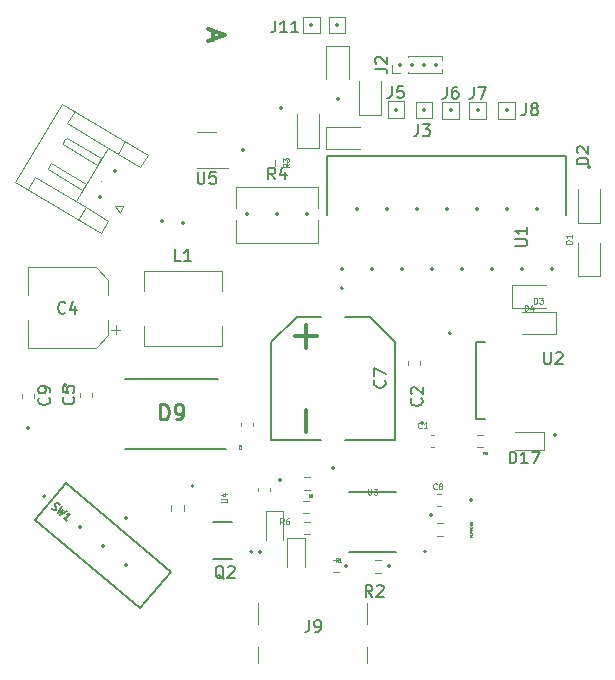
<source format=gto>
%TF.GenerationSoftware,KiCad,Pcbnew,7.0.5-0*%
%TF.CreationDate,2024-11-24T15:49:57-05:00*%
%TF.ProjectId,PCB-diffDC,5043422d-6469-4666-9644-432e6b696361,rev?*%
%TF.SameCoordinates,Original*%
%TF.FileFunction,Legend,Top*%
%TF.FilePolarity,Positive*%
%FSLAX46Y46*%
G04 Gerber Fmt 4.6, Leading zero omitted, Abs format (unit mm)*
G04 Created by KiCad (PCBNEW 7.0.5-0) date 2024-11-24 15:49:57*
%MOMM*%
%LPD*%
G01*
G04 APERTURE LIST*
%ADD10C,0.300000*%
%ADD11C,0.150000*%
%ADD12C,0.050000*%
%ADD13C,0.040000*%
%ADD14C,0.254000*%
%ADD15C,0.020000*%
%ADD16C,0.100000*%
%ADD17C,0.120000*%
%ADD18C,0.127000*%
%ADD19C,0.200000*%
%ADD20C,0.350000*%
G04 APERTURE END LIST*
D10*
X105487742Y-37593082D02*
X105487742Y-38307368D01*
X105059171Y-37450225D02*
X106559171Y-37950225D01*
X106559171Y-37950225D02*
X105059171Y-38450225D01*
D11*
%TO.C,R4*%
X110773333Y-50144819D02*
X110440000Y-49668628D01*
X110201905Y-50144819D02*
X110201905Y-49144819D01*
X110201905Y-49144819D02*
X110582857Y-49144819D01*
X110582857Y-49144819D02*
X110678095Y-49192438D01*
X110678095Y-49192438D02*
X110725714Y-49240057D01*
X110725714Y-49240057D02*
X110773333Y-49335295D01*
X110773333Y-49335295D02*
X110773333Y-49478152D01*
X110773333Y-49478152D02*
X110725714Y-49573390D01*
X110725714Y-49573390D02*
X110678095Y-49621009D01*
X110678095Y-49621009D02*
X110582857Y-49668628D01*
X110582857Y-49668628D02*
X110201905Y-49668628D01*
X111630476Y-49478152D02*
X111630476Y-50144819D01*
X111392381Y-49097200D02*
X111154286Y-49811485D01*
X111154286Y-49811485D02*
X111773333Y-49811485D01*
%TO.C,C4*%
X93013333Y-61419580D02*
X92965714Y-61467200D01*
X92965714Y-61467200D02*
X92822857Y-61514819D01*
X92822857Y-61514819D02*
X92727619Y-61514819D01*
X92727619Y-61514819D02*
X92584762Y-61467200D01*
X92584762Y-61467200D02*
X92489524Y-61371961D01*
X92489524Y-61371961D02*
X92441905Y-61276723D01*
X92441905Y-61276723D02*
X92394286Y-61086247D01*
X92394286Y-61086247D02*
X92394286Y-60943390D01*
X92394286Y-60943390D02*
X92441905Y-60752914D01*
X92441905Y-60752914D02*
X92489524Y-60657676D01*
X92489524Y-60657676D02*
X92584762Y-60562438D01*
X92584762Y-60562438D02*
X92727619Y-60514819D01*
X92727619Y-60514819D02*
X92822857Y-60514819D01*
X92822857Y-60514819D02*
X92965714Y-60562438D01*
X92965714Y-60562438D02*
X93013333Y-60610057D01*
X93870476Y-60848152D02*
X93870476Y-61514819D01*
X93632381Y-60467200D02*
X93394286Y-61181485D01*
X93394286Y-61181485D02*
X94013333Y-61181485D01*
%TO.C,L1*%
X102795583Y-57073319D02*
X102319393Y-57073319D01*
X102319393Y-57073319D02*
X102319393Y-56073319D01*
X103652726Y-57073319D02*
X103081298Y-57073319D01*
X103367012Y-57073319D02*
X103367012Y-56073319D01*
X103367012Y-56073319D02*
X103271774Y-56216176D01*
X103271774Y-56216176D02*
X103176536Y-56311414D01*
X103176536Y-56311414D02*
X103081298Y-56359033D01*
%TO.C,D17*%
X130635714Y-74194819D02*
X130635714Y-73194819D01*
X130635714Y-73194819D02*
X130873809Y-73194819D01*
X130873809Y-73194819D02*
X131016666Y-73242438D01*
X131016666Y-73242438D02*
X131111904Y-73337676D01*
X131111904Y-73337676D02*
X131159523Y-73432914D01*
X131159523Y-73432914D02*
X131207142Y-73623390D01*
X131207142Y-73623390D02*
X131207142Y-73766247D01*
X131207142Y-73766247D02*
X131159523Y-73956723D01*
X131159523Y-73956723D02*
X131111904Y-74051961D01*
X131111904Y-74051961D02*
X131016666Y-74147200D01*
X131016666Y-74147200D02*
X130873809Y-74194819D01*
X130873809Y-74194819D02*
X130635714Y-74194819D01*
X132159523Y-74194819D02*
X131588095Y-74194819D01*
X131873809Y-74194819D02*
X131873809Y-73194819D01*
X131873809Y-73194819D02*
X131778571Y-73337676D01*
X131778571Y-73337676D02*
X131683333Y-73432914D01*
X131683333Y-73432914D02*
X131588095Y-73480533D01*
X132492857Y-73194819D02*
X133159523Y-73194819D01*
X133159523Y-73194819D02*
X132730952Y-74194819D01*
%TO.C,U5*%
X104218095Y-49514819D02*
X104218095Y-50324342D01*
X104218095Y-50324342D02*
X104265714Y-50419580D01*
X104265714Y-50419580D02*
X104313333Y-50467200D01*
X104313333Y-50467200D02*
X104408571Y-50514819D01*
X104408571Y-50514819D02*
X104599047Y-50514819D01*
X104599047Y-50514819D02*
X104694285Y-50467200D01*
X104694285Y-50467200D02*
X104741904Y-50419580D01*
X104741904Y-50419580D02*
X104789523Y-50324342D01*
X104789523Y-50324342D02*
X104789523Y-49514819D01*
X105741904Y-49514819D02*
X105265714Y-49514819D01*
X105265714Y-49514819D02*
X105218095Y-49991009D01*
X105218095Y-49991009D02*
X105265714Y-49943390D01*
X105265714Y-49943390D02*
X105360952Y-49895771D01*
X105360952Y-49895771D02*
X105599047Y-49895771D01*
X105599047Y-49895771D02*
X105694285Y-49943390D01*
X105694285Y-49943390D02*
X105741904Y-49991009D01*
X105741904Y-49991009D02*
X105789523Y-50086247D01*
X105789523Y-50086247D02*
X105789523Y-50324342D01*
X105789523Y-50324342D02*
X105741904Y-50419580D01*
X105741904Y-50419580D02*
X105694285Y-50467200D01*
X105694285Y-50467200D02*
X105599047Y-50514819D01*
X105599047Y-50514819D02*
X105360952Y-50514819D01*
X105360952Y-50514819D02*
X105265714Y-50467200D01*
X105265714Y-50467200D02*
X105218095Y-50419580D01*
D12*
%TO.C,R9*%
X128529916Y-73403423D02*
X128463250Y-73308185D01*
X128415631Y-73403423D02*
X128415631Y-73203423D01*
X128415631Y-73203423D02*
X128491821Y-73203423D01*
X128491821Y-73203423D02*
X128510869Y-73212947D01*
X128510869Y-73212947D02*
X128520392Y-73222471D01*
X128520392Y-73222471D02*
X128529916Y-73241519D01*
X128529916Y-73241519D02*
X128529916Y-73270090D01*
X128529916Y-73270090D02*
X128520392Y-73289138D01*
X128520392Y-73289138D02*
X128510869Y-73298661D01*
X128510869Y-73298661D02*
X128491821Y-73308185D01*
X128491821Y-73308185D02*
X128415631Y-73308185D01*
X128625154Y-73403423D02*
X128663250Y-73403423D01*
X128663250Y-73403423D02*
X128682297Y-73393900D01*
X128682297Y-73393900D02*
X128691821Y-73384376D01*
X128691821Y-73384376D02*
X128710869Y-73355804D01*
X128710869Y-73355804D02*
X128720392Y-73317709D01*
X128720392Y-73317709D02*
X128720392Y-73241519D01*
X128720392Y-73241519D02*
X128710869Y-73222471D01*
X128710869Y-73222471D02*
X128701345Y-73212947D01*
X128701345Y-73212947D02*
X128682297Y-73203423D01*
X128682297Y-73203423D02*
X128644202Y-73203423D01*
X128644202Y-73203423D02*
X128625154Y-73212947D01*
X128625154Y-73212947D02*
X128615631Y-73222471D01*
X128615631Y-73222471D02*
X128606107Y-73241519D01*
X128606107Y-73241519D02*
X128606107Y-73289138D01*
X128606107Y-73289138D02*
X128615631Y-73308185D01*
X128615631Y-73308185D02*
X128625154Y-73317709D01*
X128625154Y-73317709D02*
X128644202Y-73327233D01*
X128644202Y-73327233D02*
X128682297Y-73327233D01*
X128682297Y-73327233D02*
X128701345Y-73317709D01*
X128701345Y-73317709D02*
X128710869Y-73308185D01*
X128710869Y-73308185D02*
X128720392Y-73289138D01*
D11*
%TO.C,C7*%
X120038330Y-67156666D02*
X120085950Y-67204285D01*
X120085950Y-67204285D02*
X120133569Y-67347142D01*
X120133569Y-67347142D02*
X120133569Y-67442380D01*
X120133569Y-67442380D02*
X120085950Y-67585237D01*
X120085950Y-67585237D02*
X119990711Y-67680475D01*
X119990711Y-67680475D02*
X119895473Y-67728094D01*
X119895473Y-67728094D02*
X119704997Y-67775713D01*
X119704997Y-67775713D02*
X119562140Y-67775713D01*
X119562140Y-67775713D02*
X119371664Y-67728094D01*
X119371664Y-67728094D02*
X119276426Y-67680475D01*
X119276426Y-67680475D02*
X119181188Y-67585237D01*
X119181188Y-67585237D02*
X119133569Y-67442380D01*
X119133569Y-67442380D02*
X119133569Y-67347142D01*
X119133569Y-67347142D02*
X119181188Y-67204285D01*
X119181188Y-67204285D02*
X119228807Y-67156666D01*
X119133569Y-66823332D02*
X119133569Y-66156666D01*
X119133569Y-66156666D02*
X120133569Y-66585237D01*
%TO.C,D2*%
X137294819Y-48868094D02*
X136294819Y-48868094D01*
X136294819Y-48868094D02*
X136294819Y-48629999D01*
X136294819Y-48629999D02*
X136342438Y-48487142D01*
X136342438Y-48487142D02*
X136437676Y-48391904D01*
X136437676Y-48391904D02*
X136532914Y-48344285D01*
X136532914Y-48344285D02*
X136723390Y-48296666D01*
X136723390Y-48296666D02*
X136866247Y-48296666D01*
X136866247Y-48296666D02*
X137056723Y-48344285D01*
X137056723Y-48344285D02*
X137151961Y-48391904D01*
X137151961Y-48391904D02*
X137247200Y-48487142D01*
X137247200Y-48487142D02*
X137294819Y-48629999D01*
X137294819Y-48629999D02*
X137294819Y-48868094D01*
X136390057Y-47915713D02*
X136342438Y-47868094D01*
X136342438Y-47868094D02*
X136294819Y-47772856D01*
X136294819Y-47772856D02*
X136294819Y-47534761D01*
X136294819Y-47534761D02*
X136342438Y-47439523D01*
X136342438Y-47439523D02*
X136390057Y-47391904D01*
X136390057Y-47391904D02*
X136485295Y-47344285D01*
X136485295Y-47344285D02*
X136580533Y-47344285D01*
X136580533Y-47344285D02*
X136723390Y-47391904D01*
X136723390Y-47391904D02*
X137294819Y-47963332D01*
X137294819Y-47963332D02*
X137294819Y-47344285D01*
%TO.C,R2*%
X119002083Y-85484819D02*
X118668750Y-85008628D01*
X118430655Y-85484819D02*
X118430655Y-84484819D01*
X118430655Y-84484819D02*
X118811607Y-84484819D01*
X118811607Y-84484819D02*
X118906845Y-84532438D01*
X118906845Y-84532438D02*
X118954464Y-84580057D01*
X118954464Y-84580057D02*
X119002083Y-84675295D01*
X119002083Y-84675295D02*
X119002083Y-84818152D01*
X119002083Y-84818152D02*
X118954464Y-84913390D01*
X118954464Y-84913390D02*
X118906845Y-84961009D01*
X118906845Y-84961009D02*
X118811607Y-85008628D01*
X118811607Y-85008628D02*
X118430655Y-85008628D01*
X119383036Y-84580057D02*
X119430655Y-84532438D01*
X119430655Y-84532438D02*
X119525893Y-84484819D01*
X119525893Y-84484819D02*
X119763988Y-84484819D01*
X119763988Y-84484819D02*
X119859226Y-84532438D01*
X119859226Y-84532438D02*
X119906845Y-84580057D01*
X119906845Y-84580057D02*
X119954464Y-84675295D01*
X119954464Y-84675295D02*
X119954464Y-84770533D01*
X119954464Y-84770533D02*
X119906845Y-84913390D01*
X119906845Y-84913390D02*
X119335417Y-85484819D01*
X119335417Y-85484819D02*
X119954464Y-85484819D01*
%TO.C,C9*%
X91631830Y-68632666D02*
X91679450Y-68680285D01*
X91679450Y-68680285D02*
X91727069Y-68823142D01*
X91727069Y-68823142D02*
X91727069Y-68918380D01*
X91727069Y-68918380D02*
X91679450Y-69061237D01*
X91679450Y-69061237D02*
X91584211Y-69156475D01*
X91584211Y-69156475D02*
X91488973Y-69204094D01*
X91488973Y-69204094D02*
X91298497Y-69251713D01*
X91298497Y-69251713D02*
X91155640Y-69251713D01*
X91155640Y-69251713D02*
X90965164Y-69204094D01*
X90965164Y-69204094D02*
X90869926Y-69156475D01*
X90869926Y-69156475D02*
X90774688Y-69061237D01*
X90774688Y-69061237D02*
X90727069Y-68918380D01*
X90727069Y-68918380D02*
X90727069Y-68823142D01*
X90727069Y-68823142D02*
X90774688Y-68680285D01*
X90774688Y-68680285D02*
X90822307Y-68632666D01*
X91727069Y-68156475D02*
X91727069Y-67965999D01*
X91727069Y-67965999D02*
X91679450Y-67870761D01*
X91679450Y-67870761D02*
X91631830Y-67823142D01*
X91631830Y-67823142D02*
X91488973Y-67727904D01*
X91488973Y-67727904D02*
X91298497Y-67680285D01*
X91298497Y-67680285D02*
X90917545Y-67680285D01*
X90917545Y-67680285D02*
X90822307Y-67727904D01*
X90822307Y-67727904D02*
X90774688Y-67775523D01*
X90774688Y-67775523D02*
X90727069Y-67870761D01*
X90727069Y-67870761D02*
X90727069Y-68061237D01*
X90727069Y-68061237D02*
X90774688Y-68156475D01*
X90774688Y-68156475D02*
X90822307Y-68204094D01*
X90822307Y-68204094D02*
X90917545Y-68251713D01*
X90917545Y-68251713D02*
X91155640Y-68251713D01*
X91155640Y-68251713D02*
X91250878Y-68204094D01*
X91250878Y-68204094D02*
X91298497Y-68156475D01*
X91298497Y-68156475D02*
X91346116Y-68061237D01*
X91346116Y-68061237D02*
X91346116Y-67870761D01*
X91346116Y-67870761D02*
X91298497Y-67775523D01*
X91298497Y-67775523D02*
X91250878Y-67727904D01*
X91250878Y-67727904D02*
X91155640Y-67680285D01*
%TO.C,J6*%
X125305416Y-42306819D02*
X125305416Y-43021104D01*
X125305416Y-43021104D02*
X125257797Y-43163961D01*
X125257797Y-43163961D02*
X125162559Y-43259200D01*
X125162559Y-43259200D02*
X125019702Y-43306819D01*
X125019702Y-43306819D02*
X124924464Y-43306819D01*
X126210178Y-42306819D02*
X126019702Y-42306819D01*
X126019702Y-42306819D02*
X125924464Y-42354438D01*
X125924464Y-42354438D02*
X125876845Y-42402057D01*
X125876845Y-42402057D02*
X125781607Y-42544914D01*
X125781607Y-42544914D02*
X125733988Y-42735390D01*
X125733988Y-42735390D02*
X125733988Y-43116342D01*
X125733988Y-43116342D02*
X125781607Y-43211580D01*
X125781607Y-43211580D02*
X125829226Y-43259200D01*
X125829226Y-43259200D02*
X125924464Y-43306819D01*
X125924464Y-43306819D02*
X126114940Y-43306819D01*
X126114940Y-43306819D02*
X126210178Y-43259200D01*
X126210178Y-43259200D02*
X126257797Y-43211580D01*
X126257797Y-43211580D02*
X126305416Y-43116342D01*
X126305416Y-43116342D02*
X126305416Y-42878247D01*
X126305416Y-42878247D02*
X126257797Y-42783009D01*
X126257797Y-42783009D02*
X126210178Y-42735390D01*
X126210178Y-42735390D02*
X126114940Y-42687771D01*
X126114940Y-42687771D02*
X125924464Y-42687771D01*
X125924464Y-42687771D02*
X125829226Y-42735390D01*
X125829226Y-42735390D02*
X125781607Y-42783009D01*
X125781607Y-42783009D02*
X125733988Y-42878247D01*
D13*
%TO.C,R1*%
X116103474Y-82504205D02*
X116003474Y-82361348D01*
X115932045Y-82504205D02*
X115932045Y-82204205D01*
X115932045Y-82204205D02*
X116046331Y-82204205D01*
X116046331Y-82204205D02*
X116074902Y-82218491D01*
X116074902Y-82218491D02*
X116089188Y-82232777D01*
X116089188Y-82232777D02*
X116103474Y-82261348D01*
X116103474Y-82261348D02*
X116103474Y-82304205D01*
X116103474Y-82304205D02*
X116089188Y-82332777D01*
X116089188Y-82332777D02*
X116074902Y-82347062D01*
X116074902Y-82347062D02*
X116046331Y-82361348D01*
X116046331Y-82361348D02*
X115932045Y-82361348D01*
X116389188Y-82504205D02*
X116217759Y-82504205D01*
X116303474Y-82504205D02*
X116303474Y-82204205D01*
X116303474Y-82204205D02*
X116274902Y-82247062D01*
X116274902Y-82247062D02*
X116246331Y-82275634D01*
X116246331Y-82275634D02*
X116217759Y-82289920D01*
D11*
%TO.C,U2*%
X133546845Y-64782319D02*
X133546845Y-65591842D01*
X133546845Y-65591842D02*
X133594464Y-65687080D01*
X133594464Y-65687080D02*
X133642083Y-65734700D01*
X133642083Y-65734700D02*
X133737321Y-65782319D01*
X133737321Y-65782319D02*
X133927797Y-65782319D01*
X133927797Y-65782319D02*
X134023035Y-65734700D01*
X134023035Y-65734700D02*
X134070654Y-65687080D01*
X134070654Y-65687080D02*
X134118273Y-65591842D01*
X134118273Y-65591842D02*
X134118273Y-64782319D01*
X134546845Y-64877557D02*
X134594464Y-64829938D01*
X134594464Y-64829938D02*
X134689702Y-64782319D01*
X134689702Y-64782319D02*
X134927797Y-64782319D01*
X134927797Y-64782319D02*
X135023035Y-64829938D01*
X135023035Y-64829938D02*
X135070654Y-64877557D01*
X135070654Y-64877557D02*
X135118273Y-64972795D01*
X135118273Y-64972795D02*
X135118273Y-65068033D01*
X135118273Y-65068033D02*
X135070654Y-65210890D01*
X135070654Y-65210890D02*
X134499226Y-65782319D01*
X134499226Y-65782319D02*
X135118273Y-65782319D01*
D12*
%TO.C,C8*%
X124455416Y-76331090D02*
X124431607Y-76354900D01*
X124431607Y-76354900D02*
X124360178Y-76378709D01*
X124360178Y-76378709D02*
X124312559Y-76378709D01*
X124312559Y-76378709D02*
X124241131Y-76354900D01*
X124241131Y-76354900D02*
X124193512Y-76307280D01*
X124193512Y-76307280D02*
X124169702Y-76259661D01*
X124169702Y-76259661D02*
X124145893Y-76164423D01*
X124145893Y-76164423D02*
X124145893Y-76092995D01*
X124145893Y-76092995D02*
X124169702Y-75997757D01*
X124169702Y-75997757D02*
X124193512Y-75950138D01*
X124193512Y-75950138D02*
X124241131Y-75902519D01*
X124241131Y-75902519D02*
X124312559Y-75878709D01*
X124312559Y-75878709D02*
X124360178Y-75878709D01*
X124360178Y-75878709D02*
X124431607Y-75902519D01*
X124431607Y-75902519D02*
X124455416Y-75926328D01*
X124741131Y-76092995D02*
X124693512Y-76069185D01*
X124693512Y-76069185D02*
X124669702Y-76045376D01*
X124669702Y-76045376D02*
X124645893Y-75997757D01*
X124645893Y-75997757D02*
X124645893Y-75973947D01*
X124645893Y-75973947D02*
X124669702Y-75926328D01*
X124669702Y-75926328D02*
X124693512Y-75902519D01*
X124693512Y-75902519D02*
X124741131Y-75878709D01*
X124741131Y-75878709D02*
X124836369Y-75878709D01*
X124836369Y-75878709D02*
X124883988Y-75902519D01*
X124883988Y-75902519D02*
X124907797Y-75926328D01*
X124907797Y-75926328D02*
X124931607Y-75973947D01*
X124931607Y-75973947D02*
X124931607Y-75997757D01*
X124931607Y-75997757D02*
X124907797Y-76045376D01*
X124907797Y-76045376D02*
X124883988Y-76069185D01*
X124883988Y-76069185D02*
X124836369Y-76092995D01*
X124836369Y-76092995D02*
X124741131Y-76092995D01*
X124741131Y-76092995D02*
X124693512Y-76116804D01*
X124693512Y-76116804D02*
X124669702Y-76140614D01*
X124669702Y-76140614D02*
X124645893Y-76188233D01*
X124645893Y-76188233D02*
X124645893Y-76283471D01*
X124645893Y-76283471D02*
X124669702Y-76331090D01*
X124669702Y-76331090D02*
X124693512Y-76354900D01*
X124693512Y-76354900D02*
X124741131Y-76378709D01*
X124741131Y-76378709D02*
X124836369Y-76378709D01*
X124836369Y-76378709D02*
X124883988Y-76354900D01*
X124883988Y-76354900D02*
X124907797Y-76331090D01*
X124907797Y-76331090D02*
X124931607Y-76283471D01*
X124931607Y-76283471D02*
X124931607Y-76188233D01*
X124931607Y-76188233D02*
X124907797Y-76140614D01*
X124907797Y-76140614D02*
X124883988Y-76116804D01*
X124883988Y-76116804D02*
X124836369Y-76092995D01*
D11*
%TO.C,J9*%
X113665416Y-87464819D02*
X113665416Y-88179104D01*
X113665416Y-88179104D02*
X113617797Y-88321961D01*
X113617797Y-88321961D02*
X113522559Y-88417200D01*
X113522559Y-88417200D02*
X113379702Y-88464819D01*
X113379702Y-88464819D02*
X113284464Y-88464819D01*
X114189226Y-88464819D02*
X114379702Y-88464819D01*
X114379702Y-88464819D02*
X114474940Y-88417200D01*
X114474940Y-88417200D02*
X114522559Y-88369580D01*
X114522559Y-88369580D02*
X114617797Y-88226723D01*
X114617797Y-88226723D02*
X114665416Y-88036247D01*
X114665416Y-88036247D02*
X114665416Y-87655295D01*
X114665416Y-87655295D02*
X114617797Y-87560057D01*
X114617797Y-87560057D02*
X114570178Y-87512438D01*
X114570178Y-87512438D02*
X114474940Y-87464819D01*
X114474940Y-87464819D02*
X114284464Y-87464819D01*
X114284464Y-87464819D02*
X114189226Y-87512438D01*
X114189226Y-87512438D02*
X114141607Y-87560057D01*
X114141607Y-87560057D02*
X114093988Y-87655295D01*
X114093988Y-87655295D02*
X114093988Y-87893390D01*
X114093988Y-87893390D02*
X114141607Y-87988628D01*
X114141607Y-87988628D02*
X114189226Y-88036247D01*
X114189226Y-88036247D02*
X114284464Y-88083866D01*
X114284464Y-88083866D02*
X114474940Y-88083866D01*
X114474940Y-88083866D02*
X114570178Y-88036247D01*
X114570178Y-88036247D02*
X114617797Y-87988628D01*
X114617797Y-87988628D02*
X114665416Y-87893390D01*
%TO.C,J3*%
X122875416Y-45484819D02*
X122875416Y-46199104D01*
X122875416Y-46199104D02*
X122827797Y-46341961D01*
X122827797Y-46341961D02*
X122732559Y-46437200D01*
X122732559Y-46437200D02*
X122589702Y-46484819D01*
X122589702Y-46484819D02*
X122494464Y-46484819D01*
X123256369Y-45484819D02*
X123875416Y-45484819D01*
X123875416Y-45484819D02*
X123542083Y-45865771D01*
X123542083Y-45865771D02*
X123684940Y-45865771D01*
X123684940Y-45865771D02*
X123780178Y-45913390D01*
X123780178Y-45913390D02*
X123827797Y-45961009D01*
X123827797Y-45961009D02*
X123875416Y-46056247D01*
X123875416Y-46056247D02*
X123875416Y-46294342D01*
X123875416Y-46294342D02*
X123827797Y-46389580D01*
X123827797Y-46389580D02*
X123780178Y-46437200D01*
X123780178Y-46437200D02*
X123684940Y-46484819D01*
X123684940Y-46484819D02*
X123399226Y-46484819D01*
X123399226Y-46484819D02*
X123303988Y-46437200D01*
X123303988Y-46437200D02*
X123256369Y-46389580D01*
D13*
%TO.C,R8*%
X113720416Y-77015443D02*
X113653750Y-76920205D01*
X113606131Y-77015443D02*
X113606131Y-76815443D01*
X113606131Y-76815443D02*
X113682321Y-76815443D01*
X113682321Y-76815443D02*
X113701369Y-76824967D01*
X113701369Y-76824967D02*
X113710892Y-76834491D01*
X113710892Y-76834491D02*
X113720416Y-76853539D01*
X113720416Y-76853539D02*
X113720416Y-76882110D01*
X113720416Y-76882110D02*
X113710892Y-76901158D01*
X113710892Y-76901158D02*
X113701369Y-76910681D01*
X113701369Y-76910681D02*
X113682321Y-76920205D01*
X113682321Y-76920205D02*
X113606131Y-76920205D01*
X113834702Y-76901158D02*
X113815654Y-76891634D01*
X113815654Y-76891634D02*
X113806131Y-76882110D01*
X113806131Y-76882110D02*
X113796607Y-76863062D01*
X113796607Y-76863062D02*
X113796607Y-76853539D01*
X113796607Y-76853539D02*
X113806131Y-76834491D01*
X113806131Y-76834491D02*
X113815654Y-76824967D01*
X113815654Y-76824967D02*
X113834702Y-76815443D01*
X113834702Y-76815443D02*
X113872797Y-76815443D01*
X113872797Y-76815443D02*
X113891845Y-76824967D01*
X113891845Y-76824967D02*
X113901369Y-76834491D01*
X113901369Y-76834491D02*
X113910892Y-76853539D01*
X113910892Y-76853539D02*
X113910892Y-76863062D01*
X113910892Y-76863062D02*
X113901369Y-76882110D01*
X113901369Y-76882110D02*
X113891845Y-76891634D01*
X113891845Y-76891634D02*
X113872797Y-76901158D01*
X113872797Y-76901158D02*
X113834702Y-76901158D01*
X113834702Y-76901158D02*
X113815654Y-76910681D01*
X113815654Y-76910681D02*
X113806131Y-76920205D01*
X113806131Y-76920205D02*
X113796607Y-76939253D01*
X113796607Y-76939253D02*
X113796607Y-76977348D01*
X113796607Y-76977348D02*
X113806131Y-76996396D01*
X113806131Y-76996396D02*
X113815654Y-77005920D01*
X113815654Y-77005920D02*
X113834702Y-77015443D01*
X113834702Y-77015443D02*
X113872797Y-77015443D01*
X113872797Y-77015443D02*
X113891845Y-77005920D01*
X113891845Y-77005920D02*
X113901369Y-76996396D01*
X113901369Y-76996396D02*
X113910892Y-76977348D01*
X113910892Y-76977348D02*
X113910892Y-76939253D01*
X113910892Y-76939253D02*
X113901369Y-76920205D01*
X113901369Y-76920205D02*
X113891845Y-76910681D01*
X113891845Y-76910681D02*
X113872797Y-76901158D01*
D14*
%TO.C,D9*%
X101069868Y-70467818D02*
X101069868Y-69197818D01*
X101069868Y-69197818D02*
X101372249Y-69197818D01*
X101372249Y-69197818D02*
X101553678Y-69258294D01*
X101553678Y-69258294D02*
X101674630Y-69379246D01*
X101674630Y-69379246D02*
X101735107Y-69500199D01*
X101735107Y-69500199D02*
X101795583Y-69742103D01*
X101795583Y-69742103D02*
X101795583Y-69923532D01*
X101795583Y-69923532D02*
X101735107Y-70165437D01*
X101735107Y-70165437D02*
X101674630Y-70286389D01*
X101674630Y-70286389D02*
X101553678Y-70407342D01*
X101553678Y-70407342D02*
X101372249Y-70467818D01*
X101372249Y-70467818D02*
X101069868Y-70467818D01*
X102400345Y-70467818D02*
X102642249Y-70467818D01*
X102642249Y-70467818D02*
X102763202Y-70407342D01*
X102763202Y-70407342D02*
X102823678Y-70346865D01*
X102823678Y-70346865D02*
X102944630Y-70165437D01*
X102944630Y-70165437D02*
X103005107Y-69923532D01*
X103005107Y-69923532D02*
X103005107Y-69439722D01*
X103005107Y-69439722D02*
X102944630Y-69318770D01*
X102944630Y-69318770D02*
X102884154Y-69258294D01*
X102884154Y-69258294D02*
X102763202Y-69197818D01*
X102763202Y-69197818D02*
X102521297Y-69197818D01*
X102521297Y-69197818D02*
X102400345Y-69258294D01*
X102400345Y-69258294D02*
X102339868Y-69318770D01*
X102339868Y-69318770D02*
X102279392Y-69439722D01*
X102279392Y-69439722D02*
X102279392Y-69742103D01*
X102279392Y-69742103D02*
X102339868Y-69863056D01*
X102339868Y-69863056D02*
X102400345Y-69923532D01*
X102400345Y-69923532D02*
X102521297Y-69984008D01*
X102521297Y-69984008D02*
X102763202Y-69984008D01*
X102763202Y-69984008D02*
X102884154Y-69923532D01*
X102884154Y-69923532D02*
X102944630Y-69863056D01*
X102944630Y-69863056D02*
X103005107Y-69742103D01*
D11*
%TO.C,J2*%
X119262069Y-40766833D02*
X119976354Y-40766833D01*
X119976354Y-40766833D02*
X120119211Y-40814452D01*
X120119211Y-40814452D02*
X120214450Y-40909690D01*
X120214450Y-40909690D02*
X120262069Y-41052547D01*
X120262069Y-41052547D02*
X120262069Y-41147785D01*
X119357307Y-40338261D02*
X119309688Y-40290642D01*
X119309688Y-40290642D02*
X119262069Y-40195404D01*
X119262069Y-40195404D02*
X119262069Y-39957309D01*
X119262069Y-39957309D02*
X119309688Y-39862071D01*
X119309688Y-39862071D02*
X119357307Y-39814452D01*
X119357307Y-39814452D02*
X119452545Y-39766833D01*
X119452545Y-39766833D02*
X119547783Y-39766833D01*
X119547783Y-39766833D02*
X119690640Y-39814452D01*
X119690640Y-39814452D02*
X120262069Y-40385880D01*
X120262069Y-40385880D02*
X120262069Y-39766833D01*
%TO.C,C2*%
X123158330Y-68686666D02*
X123205950Y-68734285D01*
X123205950Y-68734285D02*
X123253569Y-68877142D01*
X123253569Y-68877142D02*
X123253569Y-68972380D01*
X123253569Y-68972380D02*
X123205950Y-69115237D01*
X123205950Y-69115237D02*
X123110711Y-69210475D01*
X123110711Y-69210475D02*
X123015473Y-69258094D01*
X123015473Y-69258094D02*
X122824997Y-69305713D01*
X122824997Y-69305713D02*
X122682140Y-69305713D01*
X122682140Y-69305713D02*
X122491664Y-69258094D01*
X122491664Y-69258094D02*
X122396426Y-69210475D01*
X122396426Y-69210475D02*
X122301188Y-69115237D01*
X122301188Y-69115237D02*
X122253569Y-68972380D01*
X122253569Y-68972380D02*
X122253569Y-68877142D01*
X122253569Y-68877142D02*
X122301188Y-68734285D01*
X122301188Y-68734285D02*
X122348807Y-68686666D01*
X122348807Y-68305713D02*
X122301188Y-68258094D01*
X122301188Y-68258094D02*
X122253569Y-68162856D01*
X122253569Y-68162856D02*
X122253569Y-67924761D01*
X122253569Y-67924761D02*
X122301188Y-67829523D01*
X122301188Y-67829523D02*
X122348807Y-67781904D01*
X122348807Y-67781904D02*
X122444045Y-67734285D01*
X122444045Y-67734285D02*
X122539283Y-67734285D01*
X122539283Y-67734285D02*
X122682140Y-67781904D01*
X122682140Y-67781904D02*
X123253569Y-68353332D01*
X123253569Y-68353332D02*
X123253569Y-67734285D01*
%TO.C,Q2*%
X106443511Y-83970057D02*
X106348273Y-83922438D01*
X106348273Y-83922438D02*
X106253035Y-83827200D01*
X106253035Y-83827200D02*
X106110178Y-83684342D01*
X106110178Y-83684342D02*
X106014940Y-83636723D01*
X106014940Y-83636723D02*
X105919702Y-83636723D01*
X105967321Y-83874819D02*
X105872083Y-83827200D01*
X105872083Y-83827200D02*
X105776845Y-83731961D01*
X105776845Y-83731961D02*
X105729226Y-83541485D01*
X105729226Y-83541485D02*
X105729226Y-83208152D01*
X105729226Y-83208152D02*
X105776845Y-83017676D01*
X105776845Y-83017676D02*
X105872083Y-82922438D01*
X105872083Y-82922438D02*
X105967321Y-82874819D01*
X105967321Y-82874819D02*
X106157797Y-82874819D01*
X106157797Y-82874819D02*
X106253035Y-82922438D01*
X106253035Y-82922438D02*
X106348273Y-83017676D01*
X106348273Y-83017676D02*
X106395892Y-83208152D01*
X106395892Y-83208152D02*
X106395892Y-83541485D01*
X106395892Y-83541485D02*
X106348273Y-83731961D01*
X106348273Y-83731961D02*
X106253035Y-83827200D01*
X106253035Y-83827200D02*
X106157797Y-83874819D01*
X106157797Y-83874819D02*
X105967321Y-83874819D01*
X106776845Y-82970057D02*
X106824464Y-82922438D01*
X106824464Y-82922438D02*
X106919702Y-82874819D01*
X106919702Y-82874819D02*
X107157797Y-82874819D01*
X107157797Y-82874819D02*
X107253035Y-82922438D01*
X107253035Y-82922438D02*
X107300654Y-82970057D01*
X107300654Y-82970057D02*
X107348273Y-83065295D01*
X107348273Y-83065295D02*
X107348273Y-83160533D01*
X107348273Y-83160533D02*
X107300654Y-83303390D01*
X107300654Y-83303390D02*
X106729226Y-83874819D01*
X106729226Y-83874819D02*
X107348273Y-83874819D01*
%TO.C,U1*%
X131119569Y-55780404D02*
X131929092Y-55780404D01*
X131929092Y-55780404D02*
X132024330Y-55732785D01*
X132024330Y-55732785D02*
X132071950Y-55685166D01*
X132071950Y-55685166D02*
X132119569Y-55589928D01*
X132119569Y-55589928D02*
X132119569Y-55399452D01*
X132119569Y-55399452D02*
X132071950Y-55304214D01*
X132071950Y-55304214D02*
X132024330Y-55256595D01*
X132024330Y-55256595D02*
X131929092Y-55208976D01*
X131929092Y-55208976D02*
X131119569Y-55208976D01*
X132119569Y-54208976D02*
X132119569Y-54780404D01*
X132119569Y-54494690D02*
X131119569Y-54494690D01*
X131119569Y-54494690D02*
X131262426Y-54589928D01*
X131262426Y-54589928D02*
X131357664Y-54685166D01*
X131357664Y-54685166D02*
X131405283Y-54780404D01*
%TO.C,J11*%
X110780476Y-36704819D02*
X110780476Y-37419104D01*
X110780476Y-37419104D02*
X110732857Y-37561961D01*
X110732857Y-37561961D02*
X110637619Y-37657200D01*
X110637619Y-37657200D02*
X110494762Y-37704819D01*
X110494762Y-37704819D02*
X110399524Y-37704819D01*
X111780476Y-37704819D02*
X111209048Y-37704819D01*
X111494762Y-37704819D02*
X111494762Y-36704819D01*
X111494762Y-36704819D02*
X111399524Y-36847676D01*
X111399524Y-36847676D02*
X111304286Y-36942914D01*
X111304286Y-36942914D02*
X111209048Y-36990533D01*
X112732857Y-37704819D02*
X112161429Y-37704819D01*
X112447143Y-37704819D02*
X112447143Y-36704819D01*
X112447143Y-36704819D02*
X112351905Y-36847676D01*
X112351905Y-36847676D02*
X112256667Y-36942914D01*
X112256667Y-36942914D02*
X112161429Y-36990533D01*
D15*
%TO.C,R_PROG1*%
X127465233Y-80289285D02*
X127369995Y-80355951D01*
X127465233Y-80403570D02*
X127265233Y-80403570D01*
X127265233Y-80403570D02*
X127265233Y-80327380D01*
X127265233Y-80327380D02*
X127274757Y-80308332D01*
X127274757Y-80308332D02*
X127284281Y-80298809D01*
X127284281Y-80298809D02*
X127303329Y-80289285D01*
X127303329Y-80289285D02*
X127331900Y-80289285D01*
X127331900Y-80289285D02*
X127350948Y-80298809D01*
X127350948Y-80298809D02*
X127360471Y-80308332D01*
X127360471Y-80308332D02*
X127369995Y-80327380D01*
X127369995Y-80327380D02*
X127369995Y-80403570D01*
X127484281Y-80251190D02*
X127484281Y-80098809D01*
X127465233Y-80051189D02*
X127265233Y-80051189D01*
X127265233Y-80051189D02*
X127265233Y-79974999D01*
X127265233Y-79974999D02*
X127274757Y-79955951D01*
X127274757Y-79955951D02*
X127284281Y-79946428D01*
X127284281Y-79946428D02*
X127303329Y-79936904D01*
X127303329Y-79936904D02*
X127331900Y-79936904D01*
X127331900Y-79936904D02*
X127350948Y-79946428D01*
X127350948Y-79946428D02*
X127360471Y-79955951D01*
X127360471Y-79955951D02*
X127369995Y-79974999D01*
X127369995Y-79974999D02*
X127369995Y-80051189D01*
X127465233Y-79736904D02*
X127369995Y-79803570D01*
X127465233Y-79851189D02*
X127265233Y-79851189D01*
X127265233Y-79851189D02*
X127265233Y-79774999D01*
X127265233Y-79774999D02*
X127274757Y-79755951D01*
X127274757Y-79755951D02*
X127284281Y-79746428D01*
X127284281Y-79746428D02*
X127303329Y-79736904D01*
X127303329Y-79736904D02*
X127331900Y-79736904D01*
X127331900Y-79736904D02*
X127350948Y-79746428D01*
X127350948Y-79746428D02*
X127360471Y-79755951D01*
X127360471Y-79755951D02*
X127369995Y-79774999D01*
X127369995Y-79774999D02*
X127369995Y-79851189D01*
X127265233Y-79613094D02*
X127265233Y-79574999D01*
X127265233Y-79574999D02*
X127274757Y-79555951D01*
X127274757Y-79555951D02*
X127293805Y-79536904D01*
X127293805Y-79536904D02*
X127331900Y-79527380D01*
X127331900Y-79527380D02*
X127398567Y-79527380D01*
X127398567Y-79527380D02*
X127436662Y-79536904D01*
X127436662Y-79536904D02*
X127455710Y-79555951D01*
X127455710Y-79555951D02*
X127465233Y-79574999D01*
X127465233Y-79574999D02*
X127465233Y-79613094D01*
X127465233Y-79613094D02*
X127455710Y-79632142D01*
X127455710Y-79632142D02*
X127436662Y-79651189D01*
X127436662Y-79651189D02*
X127398567Y-79660713D01*
X127398567Y-79660713D02*
X127331900Y-79660713D01*
X127331900Y-79660713D02*
X127293805Y-79651189D01*
X127293805Y-79651189D02*
X127274757Y-79632142D01*
X127274757Y-79632142D02*
X127265233Y-79613094D01*
X127274757Y-79336904D02*
X127265233Y-79355951D01*
X127265233Y-79355951D02*
X127265233Y-79384523D01*
X127265233Y-79384523D02*
X127274757Y-79413094D01*
X127274757Y-79413094D02*
X127293805Y-79432142D01*
X127293805Y-79432142D02*
X127312852Y-79441665D01*
X127312852Y-79441665D02*
X127350948Y-79451189D01*
X127350948Y-79451189D02*
X127379519Y-79451189D01*
X127379519Y-79451189D02*
X127417614Y-79441665D01*
X127417614Y-79441665D02*
X127436662Y-79432142D01*
X127436662Y-79432142D02*
X127455710Y-79413094D01*
X127455710Y-79413094D02*
X127465233Y-79384523D01*
X127465233Y-79384523D02*
X127465233Y-79365475D01*
X127465233Y-79365475D02*
X127455710Y-79336904D01*
X127455710Y-79336904D02*
X127446186Y-79327380D01*
X127446186Y-79327380D02*
X127379519Y-79327380D01*
X127379519Y-79327380D02*
X127379519Y-79365475D01*
X127465233Y-79136904D02*
X127465233Y-79251189D01*
X127465233Y-79194046D02*
X127265233Y-79194046D01*
X127265233Y-79194046D02*
X127293805Y-79213094D01*
X127293805Y-79213094D02*
X127312852Y-79232142D01*
X127312852Y-79232142D02*
X127322376Y-79251189D01*
D11*
%TO.C,C5*%
X93681830Y-68571166D02*
X93729450Y-68618785D01*
X93729450Y-68618785D02*
X93777069Y-68761642D01*
X93777069Y-68761642D02*
X93777069Y-68856880D01*
X93777069Y-68856880D02*
X93729450Y-68999737D01*
X93729450Y-68999737D02*
X93634211Y-69094975D01*
X93634211Y-69094975D02*
X93538973Y-69142594D01*
X93538973Y-69142594D02*
X93348497Y-69190213D01*
X93348497Y-69190213D02*
X93205640Y-69190213D01*
X93205640Y-69190213D02*
X93015164Y-69142594D01*
X93015164Y-69142594D02*
X92919926Y-69094975D01*
X92919926Y-69094975D02*
X92824688Y-68999737D01*
X92824688Y-68999737D02*
X92777069Y-68856880D01*
X92777069Y-68856880D02*
X92777069Y-68761642D01*
X92777069Y-68761642D02*
X92824688Y-68618785D01*
X92824688Y-68618785D02*
X92872307Y-68571166D01*
X92777069Y-67666404D02*
X92777069Y-68142594D01*
X92777069Y-68142594D02*
X93253259Y-68190213D01*
X93253259Y-68190213D02*
X93205640Y-68142594D01*
X93205640Y-68142594D02*
X93158021Y-68047356D01*
X93158021Y-68047356D02*
X93158021Y-67809261D01*
X93158021Y-67809261D02*
X93205640Y-67714023D01*
X93205640Y-67714023D02*
X93253259Y-67666404D01*
X93253259Y-67666404D02*
X93348497Y-67618785D01*
X93348497Y-67618785D02*
X93586592Y-67618785D01*
X93586592Y-67618785D02*
X93681830Y-67666404D01*
X93681830Y-67666404D02*
X93729450Y-67714023D01*
X93729450Y-67714023D02*
X93777069Y-67809261D01*
X93777069Y-67809261D02*
X93777069Y-68047356D01*
X93777069Y-68047356D02*
X93729450Y-68142594D01*
X93729450Y-68142594D02*
X93681830Y-68190213D01*
D12*
%TO.C,D3*%
X132702202Y-60658709D02*
X132702202Y-60158709D01*
X132702202Y-60158709D02*
X132821250Y-60158709D01*
X132821250Y-60158709D02*
X132892678Y-60182519D01*
X132892678Y-60182519D02*
X132940297Y-60230138D01*
X132940297Y-60230138D02*
X132964107Y-60277757D01*
X132964107Y-60277757D02*
X132987916Y-60372995D01*
X132987916Y-60372995D02*
X132987916Y-60444423D01*
X132987916Y-60444423D02*
X132964107Y-60539661D01*
X132964107Y-60539661D02*
X132940297Y-60587280D01*
X132940297Y-60587280D02*
X132892678Y-60634900D01*
X132892678Y-60634900D02*
X132821250Y-60658709D01*
X132821250Y-60658709D02*
X132702202Y-60658709D01*
X133154583Y-60158709D02*
X133464107Y-60158709D01*
X133464107Y-60158709D02*
X133297440Y-60349185D01*
X133297440Y-60349185D02*
X133368869Y-60349185D01*
X133368869Y-60349185D02*
X133416488Y-60372995D01*
X133416488Y-60372995D02*
X133440297Y-60396804D01*
X133440297Y-60396804D02*
X133464107Y-60444423D01*
X133464107Y-60444423D02*
X133464107Y-60563471D01*
X133464107Y-60563471D02*
X133440297Y-60611090D01*
X133440297Y-60611090D02*
X133416488Y-60634900D01*
X133416488Y-60634900D02*
X133368869Y-60658709D01*
X133368869Y-60658709D02*
X133226012Y-60658709D01*
X133226012Y-60658709D02*
X133178393Y-60634900D01*
X133178393Y-60634900D02*
X133154583Y-60611090D01*
D11*
%TO.C,J8*%
X132015416Y-43714819D02*
X132015416Y-44429104D01*
X132015416Y-44429104D02*
X131967797Y-44571961D01*
X131967797Y-44571961D02*
X131872559Y-44667200D01*
X131872559Y-44667200D02*
X131729702Y-44714819D01*
X131729702Y-44714819D02*
X131634464Y-44714819D01*
X132634464Y-44143390D02*
X132539226Y-44095771D01*
X132539226Y-44095771D02*
X132491607Y-44048152D01*
X132491607Y-44048152D02*
X132443988Y-43952914D01*
X132443988Y-43952914D02*
X132443988Y-43905295D01*
X132443988Y-43905295D02*
X132491607Y-43810057D01*
X132491607Y-43810057D02*
X132539226Y-43762438D01*
X132539226Y-43762438D02*
X132634464Y-43714819D01*
X132634464Y-43714819D02*
X132824940Y-43714819D01*
X132824940Y-43714819D02*
X132920178Y-43762438D01*
X132920178Y-43762438D02*
X132967797Y-43810057D01*
X132967797Y-43810057D02*
X133015416Y-43905295D01*
X133015416Y-43905295D02*
X133015416Y-43952914D01*
X133015416Y-43952914D02*
X132967797Y-44048152D01*
X132967797Y-44048152D02*
X132920178Y-44095771D01*
X132920178Y-44095771D02*
X132824940Y-44143390D01*
X132824940Y-44143390D02*
X132634464Y-44143390D01*
X132634464Y-44143390D02*
X132539226Y-44191009D01*
X132539226Y-44191009D02*
X132491607Y-44238628D01*
X132491607Y-44238628D02*
X132443988Y-44333866D01*
X132443988Y-44333866D02*
X132443988Y-44524342D01*
X132443988Y-44524342D02*
X132491607Y-44619580D01*
X132491607Y-44619580D02*
X132539226Y-44667200D01*
X132539226Y-44667200D02*
X132634464Y-44714819D01*
X132634464Y-44714819D02*
X132824940Y-44714819D01*
X132824940Y-44714819D02*
X132920178Y-44667200D01*
X132920178Y-44667200D02*
X132967797Y-44619580D01*
X132967797Y-44619580D02*
X133015416Y-44524342D01*
X133015416Y-44524342D02*
X133015416Y-44333866D01*
X133015416Y-44333866D02*
X132967797Y-44238628D01*
X132967797Y-44238628D02*
X132920178Y-44191009D01*
X132920178Y-44191009D02*
X132824940Y-44143390D01*
%TO.C,SW1*%
X91867737Y-77930505D02*
X91918185Y-78012620D01*
X91918185Y-78012620D02*
X92034916Y-78110569D01*
X92034916Y-78110569D02*
X92101198Y-78126402D01*
X92101198Y-78126402D02*
X92144134Y-78122646D01*
X92144134Y-78122646D02*
X92206659Y-78095543D01*
X92206659Y-78095543D02*
X92245839Y-78048851D01*
X92245839Y-78048851D02*
X92261672Y-77982569D01*
X92261672Y-77982569D02*
X92257916Y-77939633D01*
X92257916Y-77939633D02*
X92230813Y-77877107D01*
X92230813Y-77877107D02*
X92157018Y-77775402D01*
X92157018Y-77775402D02*
X92129916Y-77712877D01*
X92129916Y-77712877D02*
X92126159Y-77669941D01*
X92126159Y-77669941D02*
X92141993Y-77603659D01*
X92141993Y-77603659D02*
X92181172Y-77556967D01*
X92181172Y-77556967D02*
X92243698Y-77529864D01*
X92243698Y-77529864D02*
X92286634Y-77526108D01*
X92286634Y-77526108D02*
X92352915Y-77541941D01*
X92352915Y-77541941D02*
X92469646Y-77639890D01*
X92469646Y-77639890D02*
X92520095Y-77722005D01*
X92703107Y-77835787D02*
X92408454Y-78424004D01*
X92408454Y-78424004D02*
X92795684Y-78152171D01*
X92795684Y-78152171D02*
X92595223Y-78580722D01*
X92595223Y-78580722D02*
X93123337Y-78188402D01*
X93155530Y-79050875D02*
X92875377Y-78815799D01*
X93015453Y-78933337D02*
X93426837Y-78443069D01*
X93426837Y-78443069D02*
X93321376Y-78473928D01*
X93321376Y-78473928D02*
X93235504Y-78481440D01*
X93235504Y-78481440D02*
X93169222Y-78465607D01*
D16*
%TO.C,U4*%
X106231859Y-77480952D02*
X106636621Y-77480952D01*
X106636621Y-77480952D02*
X106684240Y-77457142D01*
X106684240Y-77457142D02*
X106708050Y-77433333D01*
X106708050Y-77433333D02*
X106731859Y-77385714D01*
X106731859Y-77385714D02*
X106731859Y-77290476D01*
X106731859Y-77290476D02*
X106708050Y-77242857D01*
X106708050Y-77242857D02*
X106684240Y-77219047D01*
X106684240Y-77219047D02*
X106636621Y-77195238D01*
X106636621Y-77195238D02*
X106231859Y-77195238D01*
X106398526Y-76742856D02*
X106731859Y-76742856D01*
X106208050Y-76861904D02*
X106565192Y-76980951D01*
X106565192Y-76980951D02*
X106565192Y-76671428D01*
D12*
%TO.C,D4*%
X131902202Y-61268709D02*
X131902202Y-60768709D01*
X131902202Y-60768709D02*
X132021250Y-60768709D01*
X132021250Y-60768709D02*
X132092678Y-60792519D01*
X132092678Y-60792519D02*
X132140297Y-60840138D01*
X132140297Y-60840138D02*
X132164107Y-60887757D01*
X132164107Y-60887757D02*
X132187916Y-60982995D01*
X132187916Y-60982995D02*
X132187916Y-61054423D01*
X132187916Y-61054423D02*
X132164107Y-61149661D01*
X132164107Y-61149661D02*
X132140297Y-61197280D01*
X132140297Y-61197280D02*
X132092678Y-61244900D01*
X132092678Y-61244900D02*
X132021250Y-61268709D01*
X132021250Y-61268709D02*
X131902202Y-61268709D01*
X132616488Y-60935376D02*
X132616488Y-61268709D01*
X132497440Y-60744900D02*
X132378393Y-61102042D01*
X132378393Y-61102042D02*
X132687916Y-61102042D01*
%TO.C,R3*%
X111920959Y-48834333D02*
X111682864Y-49000999D01*
X111920959Y-49120047D02*
X111420959Y-49120047D01*
X111420959Y-49120047D02*
X111420959Y-48929571D01*
X111420959Y-48929571D02*
X111444769Y-48881952D01*
X111444769Y-48881952D02*
X111468578Y-48858142D01*
X111468578Y-48858142D02*
X111516197Y-48834333D01*
X111516197Y-48834333D02*
X111587626Y-48834333D01*
X111587626Y-48834333D02*
X111635245Y-48858142D01*
X111635245Y-48858142D02*
X111659054Y-48881952D01*
X111659054Y-48881952D02*
X111682864Y-48929571D01*
X111682864Y-48929571D02*
X111682864Y-49120047D01*
X111420959Y-48667666D02*
X111420959Y-48358142D01*
X111420959Y-48358142D02*
X111611435Y-48524809D01*
X111611435Y-48524809D02*
X111611435Y-48453380D01*
X111611435Y-48453380D02*
X111635245Y-48405761D01*
X111635245Y-48405761D02*
X111659054Y-48381952D01*
X111659054Y-48381952D02*
X111706673Y-48358142D01*
X111706673Y-48358142D02*
X111825721Y-48358142D01*
X111825721Y-48358142D02*
X111873340Y-48381952D01*
X111873340Y-48381952D02*
X111897150Y-48405761D01*
X111897150Y-48405761D02*
X111920959Y-48453380D01*
X111920959Y-48453380D02*
X111920959Y-48596237D01*
X111920959Y-48596237D02*
X111897150Y-48643856D01*
X111897150Y-48643856D02*
X111873340Y-48667666D01*
%TO.C,D1*%
X135877459Y-55591547D02*
X135377459Y-55591547D01*
X135377459Y-55591547D02*
X135377459Y-55472499D01*
X135377459Y-55472499D02*
X135401269Y-55401071D01*
X135401269Y-55401071D02*
X135448888Y-55353452D01*
X135448888Y-55353452D02*
X135496507Y-55329642D01*
X135496507Y-55329642D02*
X135591745Y-55305833D01*
X135591745Y-55305833D02*
X135663173Y-55305833D01*
X135663173Y-55305833D02*
X135758411Y-55329642D01*
X135758411Y-55329642D02*
X135806030Y-55353452D01*
X135806030Y-55353452D02*
X135853650Y-55401071D01*
X135853650Y-55401071D02*
X135877459Y-55472499D01*
X135877459Y-55472499D02*
X135877459Y-55591547D01*
X135877459Y-54829642D02*
X135877459Y-55115356D01*
X135877459Y-54972499D02*
X135377459Y-54972499D01*
X135377459Y-54972499D02*
X135448888Y-55020118D01*
X135448888Y-55020118D02*
X135496507Y-55067737D01*
X135496507Y-55067737D02*
X135520316Y-55115356D01*
%TO.C,C1*%
X123175416Y-71158590D02*
X123151607Y-71182400D01*
X123151607Y-71182400D02*
X123080178Y-71206209D01*
X123080178Y-71206209D02*
X123032559Y-71206209D01*
X123032559Y-71206209D02*
X122961131Y-71182400D01*
X122961131Y-71182400D02*
X122913512Y-71134780D01*
X122913512Y-71134780D02*
X122889702Y-71087161D01*
X122889702Y-71087161D02*
X122865893Y-70991923D01*
X122865893Y-70991923D02*
X122865893Y-70920495D01*
X122865893Y-70920495D02*
X122889702Y-70825257D01*
X122889702Y-70825257D02*
X122913512Y-70777638D01*
X122913512Y-70777638D02*
X122961131Y-70730019D01*
X122961131Y-70730019D02*
X123032559Y-70706209D01*
X123032559Y-70706209D02*
X123080178Y-70706209D01*
X123080178Y-70706209D02*
X123151607Y-70730019D01*
X123151607Y-70730019D02*
X123175416Y-70753828D01*
X123651607Y-71206209D02*
X123365893Y-71206209D01*
X123508750Y-71206209D02*
X123508750Y-70706209D01*
X123508750Y-70706209D02*
X123461131Y-70777638D01*
X123461131Y-70777638D02*
X123413512Y-70825257D01*
X123413512Y-70825257D02*
X123365893Y-70849066D01*
%TO.C,C6*%
X107857126Y-72833333D02*
X107866650Y-72842857D01*
X107866650Y-72842857D02*
X107876173Y-72871428D01*
X107876173Y-72871428D02*
X107876173Y-72890476D01*
X107876173Y-72890476D02*
X107866650Y-72919047D01*
X107866650Y-72919047D02*
X107847602Y-72938095D01*
X107847602Y-72938095D02*
X107828554Y-72947618D01*
X107828554Y-72947618D02*
X107790459Y-72957142D01*
X107790459Y-72957142D02*
X107761888Y-72957142D01*
X107761888Y-72957142D02*
X107723792Y-72947618D01*
X107723792Y-72947618D02*
X107704745Y-72938095D01*
X107704745Y-72938095D02*
X107685697Y-72919047D01*
X107685697Y-72919047D02*
X107676173Y-72890476D01*
X107676173Y-72890476D02*
X107676173Y-72871428D01*
X107676173Y-72871428D02*
X107685697Y-72842857D01*
X107685697Y-72842857D02*
X107695221Y-72833333D01*
X107676173Y-72661904D02*
X107676173Y-72699999D01*
X107676173Y-72699999D02*
X107685697Y-72719047D01*
X107685697Y-72719047D02*
X107695221Y-72728571D01*
X107695221Y-72728571D02*
X107723792Y-72747618D01*
X107723792Y-72747618D02*
X107761888Y-72757142D01*
X107761888Y-72757142D02*
X107838078Y-72757142D01*
X107838078Y-72757142D02*
X107857126Y-72747618D01*
X107857126Y-72747618D02*
X107866650Y-72738095D01*
X107866650Y-72738095D02*
X107876173Y-72719047D01*
X107876173Y-72719047D02*
X107876173Y-72680952D01*
X107876173Y-72680952D02*
X107866650Y-72661904D01*
X107866650Y-72661904D02*
X107857126Y-72652380D01*
X107857126Y-72652380D02*
X107838078Y-72642857D01*
X107838078Y-72642857D02*
X107790459Y-72642857D01*
X107790459Y-72642857D02*
X107771411Y-72652380D01*
X107771411Y-72652380D02*
X107761888Y-72661904D01*
X107761888Y-72661904D02*
X107752364Y-72680952D01*
X107752364Y-72680952D02*
X107752364Y-72719047D01*
X107752364Y-72719047D02*
X107761888Y-72738095D01*
X107761888Y-72738095D02*
X107771411Y-72747618D01*
X107771411Y-72747618D02*
X107790459Y-72757142D01*
D15*
%TO.C,R6*%
X111510416Y-79355269D02*
X111343750Y-79117174D01*
X111224702Y-79355269D02*
X111224702Y-78855269D01*
X111224702Y-78855269D02*
X111415178Y-78855269D01*
X111415178Y-78855269D02*
X111462797Y-78879079D01*
X111462797Y-78879079D02*
X111486607Y-78902888D01*
X111486607Y-78902888D02*
X111510416Y-78950507D01*
X111510416Y-78950507D02*
X111510416Y-79021936D01*
X111510416Y-79021936D02*
X111486607Y-79069555D01*
X111486607Y-79069555D02*
X111462797Y-79093364D01*
X111462797Y-79093364D02*
X111415178Y-79117174D01*
X111415178Y-79117174D02*
X111224702Y-79117174D01*
X111938988Y-78855269D02*
X111843750Y-78855269D01*
X111843750Y-78855269D02*
X111796131Y-78879079D01*
X111796131Y-78879079D02*
X111772321Y-78902888D01*
X111772321Y-78902888D02*
X111724702Y-78974317D01*
X111724702Y-78974317D02*
X111700893Y-79069555D01*
X111700893Y-79069555D02*
X111700893Y-79260031D01*
X111700893Y-79260031D02*
X111724702Y-79307650D01*
X111724702Y-79307650D02*
X111748512Y-79331460D01*
X111748512Y-79331460D02*
X111796131Y-79355269D01*
X111796131Y-79355269D02*
X111891369Y-79355269D01*
X111891369Y-79355269D02*
X111938988Y-79331460D01*
X111938988Y-79331460D02*
X111962797Y-79307650D01*
X111962797Y-79307650D02*
X111986607Y-79260031D01*
X111986607Y-79260031D02*
X111986607Y-79140983D01*
X111986607Y-79140983D02*
X111962797Y-79093364D01*
X111962797Y-79093364D02*
X111938988Y-79069555D01*
X111938988Y-79069555D02*
X111891369Y-79045745D01*
X111891369Y-79045745D02*
X111796131Y-79045745D01*
X111796131Y-79045745D02*
X111748512Y-79069555D01*
X111748512Y-79069555D02*
X111724702Y-79093364D01*
X111724702Y-79093364D02*
X111700893Y-79140983D01*
D11*
%TO.C,J7*%
X127595416Y-42306819D02*
X127595416Y-43021104D01*
X127595416Y-43021104D02*
X127547797Y-43163961D01*
X127547797Y-43163961D02*
X127452559Y-43259200D01*
X127452559Y-43259200D02*
X127309702Y-43306819D01*
X127309702Y-43306819D02*
X127214464Y-43306819D01*
X127976369Y-42306819D02*
X128643035Y-42306819D01*
X128643035Y-42306819D02*
X128214464Y-43306819D01*
D12*
%TO.C,U3*%
X118642797Y-76333709D02*
X118642797Y-76738471D01*
X118642797Y-76738471D02*
X118666607Y-76786090D01*
X118666607Y-76786090D02*
X118690416Y-76809900D01*
X118690416Y-76809900D02*
X118738035Y-76833709D01*
X118738035Y-76833709D02*
X118833273Y-76833709D01*
X118833273Y-76833709D02*
X118880892Y-76809900D01*
X118880892Y-76809900D02*
X118904702Y-76786090D01*
X118904702Y-76786090D02*
X118928511Y-76738471D01*
X118928511Y-76738471D02*
X118928511Y-76333709D01*
X119118988Y-76333709D02*
X119428512Y-76333709D01*
X119428512Y-76333709D02*
X119261845Y-76524185D01*
X119261845Y-76524185D02*
X119333274Y-76524185D01*
X119333274Y-76524185D02*
X119380893Y-76547995D01*
X119380893Y-76547995D02*
X119404702Y-76571804D01*
X119404702Y-76571804D02*
X119428512Y-76619423D01*
X119428512Y-76619423D02*
X119428512Y-76738471D01*
X119428512Y-76738471D02*
X119404702Y-76786090D01*
X119404702Y-76786090D02*
X119380893Y-76809900D01*
X119380893Y-76809900D02*
X119333274Y-76833709D01*
X119333274Y-76833709D02*
X119190417Y-76833709D01*
X119190417Y-76833709D02*
X119142798Y-76809900D01*
X119142798Y-76809900D02*
X119118988Y-76786090D01*
D11*
%TO.C,J5*%
X120665416Y-42246819D02*
X120665416Y-42961104D01*
X120665416Y-42961104D02*
X120617797Y-43103961D01*
X120617797Y-43103961D02*
X120522559Y-43199200D01*
X120522559Y-43199200D02*
X120379702Y-43246819D01*
X120379702Y-43246819D02*
X120284464Y-43246819D01*
X121617797Y-42246819D02*
X121141607Y-42246819D01*
X121141607Y-42246819D02*
X121093988Y-42723009D01*
X121093988Y-42723009D02*
X121141607Y-42675390D01*
X121141607Y-42675390D02*
X121236845Y-42627771D01*
X121236845Y-42627771D02*
X121474940Y-42627771D01*
X121474940Y-42627771D02*
X121570178Y-42675390D01*
X121570178Y-42675390D02*
X121617797Y-42723009D01*
X121617797Y-42723009D02*
X121665416Y-42818247D01*
X121665416Y-42818247D02*
X121665416Y-43056342D01*
X121665416Y-43056342D02*
X121617797Y-43151580D01*
X121617797Y-43151580D02*
X121570178Y-43199200D01*
X121570178Y-43199200D02*
X121474940Y-43246819D01*
X121474940Y-43246819D02*
X121236845Y-43246819D01*
X121236845Y-43246819D02*
X121141607Y-43199200D01*
X121141607Y-43199200D02*
X121093988Y-43151580D01*
D17*
%TO.C,D11*%
X113275000Y-82972500D02*
X113275000Y-80512500D01*
X111805000Y-80512500D02*
X111805000Y-82972500D01*
X113275000Y-80512500D02*
X111805000Y-80512500D01*
%TO.C,D10*%
X111445000Y-80685000D02*
X111445000Y-78225000D01*
X109975000Y-78225000D02*
X109975000Y-80685000D01*
X111445000Y-78225000D02*
X109975000Y-78225000D01*
%TO.C,R4*%
X107465000Y-55560000D02*
X114415000Y-55560000D01*
X107465000Y-53596000D02*
X107465000Y-55560000D01*
X107465000Y-50820000D02*
X107465000Y-52606000D01*
X114415000Y-50820000D02*
X114415000Y-52606000D01*
X114415000Y-53596000D02*
X114415000Y-55560000D01*
X107465000Y-50820000D02*
X114415000Y-50820000D01*
%TO.C,C4*%
X97667500Y-62857500D02*
X96880000Y-62857500D01*
X97273750Y-63251250D02*
X97273750Y-62463750D01*
X96640000Y-63355563D02*
X96640000Y-62070000D01*
X96640000Y-63355563D02*
X95575563Y-64420000D01*
X96640000Y-58664437D02*
X96640000Y-59950000D01*
X96640000Y-58664437D02*
X95575563Y-57600000D01*
X95575563Y-64420000D02*
X89820000Y-64420000D01*
X95575563Y-57600000D02*
X89820000Y-57600000D01*
X89820000Y-64420000D02*
X89820000Y-62070000D01*
X89820000Y-57600000D02*
X89820000Y-59950000D01*
%TO.C,L1*%
X99662250Y-57868500D02*
X106262250Y-57868500D01*
X106262250Y-57868500D02*
X106262250Y-59568500D01*
X106262250Y-64268500D02*
X99662250Y-64268500D01*
X99662250Y-64268500D02*
X99662250Y-62568500D01*
X106262250Y-62568500D02*
X106262250Y-64268500D01*
X99662250Y-59568500D02*
X99662250Y-57868500D01*
%TO.C,D17*%
X131050000Y-73045000D02*
X133510000Y-73045000D01*
X133510000Y-71575000D02*
X131050000Y-71575000D01*
X133510000Y-73045000D02*
X133510000Y-71575000D01*
%TO.C,U5*%
X104980000Y-46100000D02*
X105780000Y-46100000D01*
X104980000Y-49220000D02*
X104180000Y-49220000D01*
X104980000Y-46100000D02*
X104180000Y-46100000D01*
X104980000Y-49220000D02*
X106780000Y-49220000D01*
%TO.C,R9*%
X127904026Y-71775000D02*
X128413474Y-71775000D01*
X127904026Y-72820000D02*
X128413474Y-72820000D01*
D11*
%TO.C,C7*%
X118768750Y-61760000D02*
X116694750Y-61760000D01*
X112588750Y-61760000D02*
X114662750Y-61760000D01*
D10*
X113392750Y-62481500D02*
X113392750Y-64386500D01*
X114345250Y-63434000D02*
X112440250Y-63434000D01*
D11*
X120908750Y-63900000D02*
X118768750Y-61760000D01*
X110448750Y-63900000D02*
X112588750Y-61760000D01*
D10*
X113392750Y-69657000D02*
X113392750Y-71562000D01*
D11*
X120908750Y-72220000D02*
X120908750Y-63900000D01*
X116694750Y-72220000D02*
X120908750Y-72220000D01*
X114662750Y-72220000D02*
X110448750Y-72220000D01*
X110448750Y-72220000D02*
X110448750Y-63900000D01*
D17*
%TO.C,D6*%
X117858750Y-44717500D02*
X119778750Y-44717500D01*
X119778750Y-44717500D02*
X119778750Y-41857500D01*
X117858750Y-41857500D02*
X117858750Y-44717500D01*
%TO.C,D2*%
X136388750Y-53827500D02*
X138308750Y-53827500D01*
X138308750Y-53827500D02*
X138308750Y-50967500D01*
X136388750Y-50967500D02*
X136388750Y-53827500D01*
%TO.C,J10*%
X115330000Y-36370000D02*
X116730000Y-36370000D01*
X115330000Y-37770000D02*
X115330000Y-36370000D01*
X116730000Y-36370000D02*
X116730000Y-37770000D01*
X116730000Y-37770000D02*
X115330000Y-37770000D01*
%TO.C,R2*%
X119204026Y-82397500D02*
X119713474Y-82397500D01*
X119204026Y-83442500D02*
X119713474Y-83442500D01*
%TO.C,C9*%
X90352250Y-68319733D02*
X90352250Y-68612267D01*
X89332250Y-68319733D02*
X89332250Y-68612267D01*
%TO.C,J6*%
X124938750Y-43600000D02*
X126338750Y-43600000D01*
X124938750Y-45000000D02*
X124938750Y-43600000D01*
X126338750Y-43600000D02*
X126338750Y-45000000D01*
X126338750Y-45000000D02*
X124938750Y-45000000D01*
%TO.C,R1*%
X115644026Y-82367500D02*
X116153474Y-82367500D01*
X115644026Y-83412500D02*
X116153474Y-83412500D01*
D18*
%TO.C,U2*%
X127771250Y-63917500D02*
X127771250Y-70417500D01*
X127771250Y-70417500D02*
X128544750Y-70417500D01*
X128544750Y-63917500D02*
X127771250Y-63917500D01*
D19*
X125658750Y-63167500D02*
G75*
G03*
X125658750Y-63167500I-100000J0D01*
G01*
D17*
%TO.C,C8*%
X124522483Y-76780000D02*
X124815017Y-76780000D01*
X124522483Y-77800000D02*
X124815017Y-77800000D01*
%TO.C,J9*%
X109342250Y-85996000D02*
X109342250Y-87751000D01*
X109342250Y-89698500D02*
X109342250Y-91098500D01*
X118542250Y-85996000D02*
X118542250Y-87751000D01*
X118542250Y-89698500D02*
X118542250Y-91098500D01*
%TO.C,J3*%
X122678750Y-43570000D02*
X124078750Y-43570000D01*
X122678750Y-44970000D02*
X122678750Y-43570000D01*
X124078750Y-43570000D02*
X124078750Y-44970000D01*
X124078750Y-44970000D02*
X122678750Y-44970000D01*
%TO.C,R8*%
X113189026Y-75372500D02*
X113698474Y-75372500D01*
X113189026Y-76417500D02*
X113698474Y-76417500D01*
D19*
%TO.C,D9*%
X105977250Y-67048500D02*
X98027250Y-67048500D01*
X98027250Y-72948500D02*
X106577250Y-72948500D01*
D17*
%TO.C,J2*%
X120682250Y-41128500D02*
X120682250Y-40433500D01*
X121367250Y-41128500D02*
X120682250Y-41128500D01*
X122052250Y-41128500D02*
X124927250Y-41128500D01*
X122052250Y-41128500D02*
X122052250Y-41041776D01*
X124927250Y-41128500D02*
X124927250Y-40827993D01*
X124927250Y-40039007D02*
X124927250Y-39738500D01*
X122052250Y-39825224D02*
X122052250Y-39738500D01*
X122052250Y-39738500D02*
X124927250Y-39738500D01*
%TO.C,D8*%
X117028750Y-38822500D02*
X115108750Y-38822500D01*
X115108750Y-38822500D02*
X115108750Y-41682500D01*
X117028750Y-41682500D02*
X117028750Y-38822500D01*
%TO.C,C2*%
X123028750Y-65563733D02*
X123028750Y-65856267D01*
X122008750Y-65563733D02*
X122008750Y-65856267D01*
D18*
%TO.C,Q2*%
X107133750Y-82320000D02*
X105533750Y-82320000D01*
X107133750Y-79120000D02*
X105533750Y-79120000D01*
D19*
X108861750Y-81665000D02*
G75*
G03*
X108861750Y-81665000I-100000J0D01*
G01*
D18*
%TO.C,U1*%
X135408750Y-53140000D02*
X135408750Y-48140000D01*
X115208750Y-48140000D02*
X115208750Y-53140000D01*
X135408750Y-48140000D02*
X115208750Y-48140000D01*
D19*
X116518750Y-59360000D02*
G75*
G03*
X116518750Y-59360000I-100000J0D01*
G01*
D17*
%TO.C,J4*%
X88783279Y-50340355D02*
X92759373Y-43723024D01*
X89829023Y-50968702D02*
X90457370Y-49922958D01*
X96000628Y-54676976D02*
X88783279Y-50340355D01*
X90457370Y-49922958D02*
X94743206Y-52498148D01*
X93886039Y-51983110D02*
X96605440Y-47457267D01*
X94743206Y-52498148D02*
X94114860Y-53543892D01*
X94743206Y-52498148D02*
X96628974Y-53631232D01*
X96628974Y-53631232D02*
X96000628Y-54676976D01*
X91505618Y-49304511D02*
X91601856Y-48989014D01*
X94437130Y-51065941D02*
X91505618Y-49304511D01*
X97610378Y-52949288D02*
X97919401Y-52434988D01*
X91601856Y-48989014D02*
X91835242Y-48755924D01*
X94601942Y-50791647D02*
X94437130Y-51065941D01*
X97250589Y-52383115D02*
X97610378Y-52949288D01*
X97919401Y-52434988D02*
X97250589Y-52383115D01*
X91835242Y-48755924D02*
X94766754Y-50517354D01*
X94766754Y-50517354D02*
X94601942Y-50791647D01*
X96061704Y-50303800D02*
X96144110Y-50166653D01*
X92793213Y-47161593D02*
X92889452Y-46846096D01*
X95724725Y-48923023D02*
X92793213Y-47161593D01*
X92889452Y-46846096D02*
X93122837Y-46613005D01*
X95889537Y-48648729D02*
X95724725Y-48923023D01*
X93122837Y-46613005D02*
X96054349Y-48374436D01*
X96054349Y-48374436D02*
X95889537Y-48648729D01*
X93176771Y-45397114D02*
X97462607Y-47972305D01*
X97462607Y-47972305D02*
X98090954Y-46926561D01*
X99348375Y-49105389D02*
X97462607Y-47972305D01*
X92759373Y-43723024D02*
X99976722Y-48059644D01*
X93805117Y-44351370D02*
X93176771Y-45397114D01*
X99976722Y-48059644D02*
X99348375Y-49105389D01*
%TO.C,J11*%
X114540000Y-37760000D02*
X113140000Y-37760000D01*
X114540000Y-36360000D02*
X114540000Y-37760000D01*
X113140000Y-37760000D02*
X113140000Y-36360000D01*
X113140000Y-36360000D02*
X114540000Y-36360000D01*
%TO.C,R_PROG1*%
X124519026Y-79252500D02*
X125028474Y-79252500D01*
X124519026Y-80297500D02*
X125028474Y-80297500D01*
%TO.C,C5*%
X94242250Y-68550767D02*
X94242250Y-68258233D01*
X95262250Y-68550767D02*
X95262250Y-68258233D01*
%TO.C,D3*%
X134576250Y-63260000D02*
X134576250Y-61340000D01*
X134576250Y-61340000D02*
X131716250Y-61340000D01*
X131716250Y-63260000D02*
X134576250Y-63260000D01*
%TO.C,J8*%
X129668750Y-43600000D02*
X131068750Y-43600000D01*
X129668750Y-45000000D02*
X129668750Y-43600000D01*
X131068750Y-43600000D02*
X131068750Y-45000000D01*
X131068750Y-45000000D02*
X129668750Y-45000000D01*
D18*
%TO.C,SW1*%
X93044767Y-75888243D02*
X90473617Y-78952421D01*
X90473617Y-78952421D02*
X99359733Y-86408757D01*
X101930883Y-83344579D02*
X93044767Y-75888243D01*
X99359733Y-86408757D02*
X101930883Y-83344579D01*
D19*
X91322961Y-76970381D02*
G75*
G03*
X91322961Y-76970381I-100000J0D01*
G01*
%TO.C,U4*%
X103888750Y-76090000D02*
G75*
G03*
X103888750Y-76090000I-100000J0D01*
G01*
D17*
%TO.C,D7*%
X112598750Y-47467500D02*
X114518750Y-47467500D01*
X114518750Y-47467500D02*
X114518750Y-44607500D01*
X112598750Y-44607500D02*
X112598750Y-47467500D01*
%TO.C,D4*%
X130841250Y-59120000D02*
X130841250Y-61040000D01*
X130841250Y-61040000D02*
X133701250Y-61040000D01*
X133701250Y-59120000D02*
X130841250Y-59120000D01*
%TO.C,R5*%
X113174026Y-77337500D02*
X113683474Y-77337500D01*
X113174026Y-78382500D02*
X113683474Y-78382500D01*
%TO.C,R3*%
X110769750Y-48985724D02*
X110769750Y-48476276D01*
X111814750Y-48985724D02*
X111814750Y-48476276D01*
%TO.C,D1*%
X136388750Y-58357500D02*
X138308750Y-58357500D01*
X138308750Y-58357500D02*
X138308750Y-55497500D01*
X136388750Y-55497500D02*
X136388750Y-58357500D01*
%TO.C,C1*%
X124235017Y-72807500D02*
X123942483Y-72807500D01*
X124235017Y-71787500D02*
X123942483Y-71787500D01*
%TO.C,C6*%
X108898750Y-70753733D02*
X108898750Y-71046267D01*
X107878750Y-70753733D02*
X107878750Y-71046267D01*
%TO.C,R6*%
X113191526Y-79127500D02*
X113700974Y-79127500D01*
X113191526Y-80172500D02*
X113700974Y-80172500D01*
%TO.C,R7*%
X103026250Y-77675276D02*
X103026250Y-78184724D01*
X101981250Y-77675276D02*
X101981250Y-78184724D01*
%TO.C,J7*%
X127228750Y-43600000D02*
X128628750Y-43600000D01*
X127228750Y-45000000D02*
X127228750Y-43600000D01*
X128628750Y-43600000D02*
X128628750Y-45000000D01*
X128628750Y-45000000D02*
X127228750Y-45000000D01*
%TO.C,C10*%
X109348750Y-76536267D02*
X109348750Y-76243733D01*
X110368750Y-76536267D02*
X110368750Y-76243733D01*
D18*
%TO.C,U3*%
X121023750Y-81705000D02*
X117023750Y-81705000D01*
X121023750Y-76605000D02*
X117023750Y-76605000D01*
D19*
X123568750Y-81660000D02*
G75*
G03*
X123568750Y-81660000I-100000J0D01*
G01*
D17*
%TO.C,D5*%
X115061250Y-45690000D02*
X115061250Y-47610000D01*
X115061250Y-47610000D02*
X117921250Y-47610000D01*
X117921250Y-45690000D02*
X115061250Y-45690000D01*
%TO.C,J5*%
X120298750Y-43540000D02*
X121698750Y-43540000D01*
X120298750Y-44940000D02*
X120298750Y-43540000D01*
X121698750Y-43540000D02*
X121698750Y-44940000D01*
X121698750Y-44940000D02*
X120298750Y-44940000D01*
%TD*%
D20*
X108040000Y-47660000D03*
X111188750Y-75560000D03*
X101218750Y-53700000D03*
X89838750Y-71200000D03*
X116068750Y-43380000D03*
X120388750Y-82910000D03*
X111258750Y-44100000D03*
X92998750Y-67560000D03*
X123998750Y-78530000D03*
X98138750Y-78850000D03*
X109528750Y-81680000D03*
X127338750Y-77300000D03*
X137368750Y-49080000D03*
X116798750Y-82900000D03*
X123218750Y-70770000D03*
X134510000Y-71750000D03*
X115678750Y-74620000D03*
X102948750Y-53880000D03*
X113480000Y-53100000D03*
X110940000Y-53100000D03*
X108400000Y-53100000D03*
X116030000Y-37070000D03*
X125638750Y-44300000D03*
X123378750Y-44270000D03*
X121367250Y-40433500D03*
X122367250Y-40433500D03*
X123367250Y-40433500D03*
X124367250Y-40433500D03*
X116418750Y-57770000D03*
X117688750Y-52690000D03*
X118958750Y-57770000D03*
X120228750Y-52690000D03*
X121498750Y-57770000D03*
X122768750Y-52690000D03*
X124038750Y-57770000D03*
X125308750Y-52690000D03*
X126578750Y-57770000D03*
X127848750Y-52690000D03*
X129118750Y-57770000D03*
X130388750Y-52690000D03*
X131658750Y-57770000D03*
X132928750Y-52690000D03*
X134198750Y-57770000D03*
X95964838Y-51610558D03*
X97252433Y-49467640D03*
X113840000Y-37060000D03*
X130368750Y-44300000D03*
X94287139Y-79541531D03*
X96202250Y-81148500D03*
X98117361Y-82755469D03*
X127928750Y-44300000D03*
X120998750Y-44240000D03*
M02*

</source>
